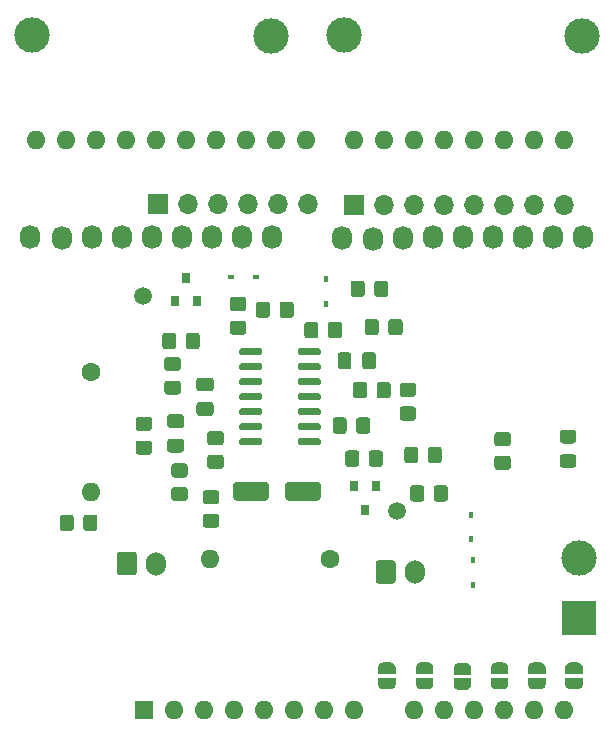
<source format=gbr>
%TF.GenerationSoftware,KiCad,Pcbnew,(5.1.10)-1*%
%TF.CreationDate,2021-06-07T20:05:56+02:00*%
%TF.ProjectId,AirFlow,41697246-6c6f-4772-9e6b-696361645f70,rev?*%
%TF.SameCoordinates,Original*%
%TF.FileFunction,Soldermask,Top*%
%TF.FilePolarity,Negative*%
%FSLAX46Y46*%
G04 Gerber Fmt 4.6, Leading zero omitted, Abs format (unit mm)*
G04 Created by KiCad (PCBNEW (5.1.10)-1) date 2021-06-07 20:05:56*
%MOMM*%
%LPD*%
G01*
G04 APERTURE LIST*
%ADD10O,1.600000X1.600000*%
%ADD11R,1.600000X1.600000*%
%ADD12R,3.000000X3.000000*%
%ADD13C,3.000000*%
%ADD14R,0.450000X0.600000*%
%ADD15O,1.700000X2.000000*%
%ADD16R,0.800000X0.900000*%
%ADD17C,1.600000*%
%ADD18R,0.600000X0.450000*%
%ADD19C,1.500000*%
%ADD20R,1.700000X1.700000*%
%ADD21O,1.700000X1.700000*%
%ADD22O,1.730000X2.030000*%
%ADD23C,0.100000*%
G04 APERTURE END LIST*
D10*
%TO.C,A1*%
X113186400Y-81635600D03*
X115726400Y-81635600D03*
D11*
X122326400Y-129895600D03*
D10*
X152806400Y-81635600D03*
X124866400Y-129895600D03*
X150266400Y-81635600D03*
X127406400Y-129895600D03*
X147726400Y-81635600D03*
X129946400Y-129895600D03*
X145186400Y-81635600D03*
X132486400Y-129895600D03*
X142646400Y-81635600D03*
X135026400Y-129895600D03*
X140106400Y-81635600D03*
X137566400Y-129895600D03*
X136046400Y-81635600D03*
X140106400Y-129895600D03*
X133506400Y-81635600D03*
X145186400Y-129895600D03*
X130966400Y-81635600D03*
X147726400Y-129895600D03*
X128426400Y-81635600D03*
X150266400Y-129895600D03*
X125886400Y-81635600D03*
X152806400Y-129895600D03*
X123346400Y-81635600D03*
X155346400Y-129895600D03*
X120806400Y-81635600D03*
X157886400Y-129895600D03*
X118266400Y-81635600D03*
X157886400Y-81635600D03*
X155346400Y-81635600D03*
%TD*%
D12*
%TO.C,J1*%
X159156400Y-122123200D03*
D13*
X159156400Y-117043200D03*
%TD*%
%TO.C,U1*%
G36*
G01*
X130408000Y-99718000D02*
X130408000Y-99418000D01*
G75*
G02*
X130558000Y-99268000I150000J0D01*
G01*
X132208000Y-99268000D01*
G75*
G02*
X132358000Y-99418000I0J-150000D01*
G01*
X132358000Y-99718000D01*
G75*
G02*
X132208000Y-99868000I-150000J0D01*
G01*
X130558000Y-99868000D01*
G75*
G02*
X130408000Y-99718000I0J150000D01*
G01*
G37*
G36*
G01*
X130408000Y-100988000D02*
X130408000Y-100688000D01*
G75*
G02*
X130558000Y-100538000I150000J0D01*
G01*
X132208000Y-100538000D01*
G75*
G02*
X132358000Y-100688000I0J-150000D01*
G01*
X132358000Y-100988000D01*
G75*
G02*
X132208000Y-101138000I-150000J0D01*
G01*
X130558000Y-101138000D01*
G75*
G02*
X130408000Y-100988000I0J150000D01*
G01*
G37*
G36*
G01*
X130408000Y-102258000D02*
X130408000Y-101958000D01*
G75*
G02*
X130558000Y-101808000I150000J0D01*
G01*
X132208000Y-101808000D01*
G75*
G02*
X132358000Y-101958000I0J-150000D01*
G01*
X132358000Y-102258000D01*
G75*
G02*
X132208000Y-102408000I-150000J0D01*
G01*
X130558000Y-102408000D01*
G75*
G02*
X130408000Y-102258000I0J150000D01*
G01*
G37*
G36*
G01*
X130408000Y-103528000D02*
X130408000Y-103228000D01*
G75*
G02*
X130558000Y-103078000I150000J0D01*
G01*
X132208000Y-103078000D01*
G75*
G02*
X132358000Y-103228000I0J-150000D01*
G01*
X132358000Y-103528000D01*
G75*
G02*
X132208000Y-103678000I-150000J0D01*
G01*
X130558000Y-103678000D01*
G75*
G02*
X130408000Y-103528000I0J150000D01*
G01*
G37*
G36*
G01*
X130408000Y-104798000D02*
X130408000Y-104498000D01*
G75*
G02*
X130558000Y-104348000I150000J0D01*
G01*
X132208000Y-104348000D01*
G75*
G02*
X132358000Y-104498000I0J-150000D01*
G01*
X132358000Y-104798000D01*
G75*
G02*
X132208000Y-104948000I-150000J0D01*
G01*
X130558000Y-104948000D01*
G75*
G02*
X130408000Y-104798000I0J150000D01*
G01*
G37*
G36*
G01*
X130408000Y-106068000D02*
X130408000Y-105768000D01*
G75*
G02*
X130558000Y-105618000I150000J0D01*
G01*
X132208000Y-105618000D01*
G75*
G02*
X132358000Y-105768000I0J-150000D01*
G01*
X132358000Y-106068000D01*
G75*
G02*
X132208000Y-106218000I-150000J0D01*
G01*
X130558000Y-106218000D01*
G75*
G02*
X130408000Y-106068000I0J150000D01*
G01*
G37*
G36*
G01*
X130408000Y-107338000D02*
X130408000Y-107038000D01*
G75*
G02*
X130558000Y-106888000I150000J0D01*
G01*
X132208000Y-106888000D01*
G75*
G02*
X132358000Y-107038000I0J-150000D01*
G01*
X132358000Y-107338000D01*
G75*
G02*
X132208000Y-107488000I-150000J0D01*
G01*
X130558000Y-107488000D01*
G75*
G02*
X130408000Y-107338000I0J150000D01*
G01*
G37*
G36*
G01*
X135358000Y-107338000D02*
X135358000Y-107038000D01*
G75*
G02*
X135508000Y-106888000I150000J0D01*
G01*
X137158000Y-106888000D01*
G75*
G02*
X137308000Y-107038000I0J-150000D01*
G01*
X137308000Y-107338000D01*
G75*
G02*
X137158000Y-107488000I-150000J0D01*
G01*
X135508000Y-107488000D01*
G75*
G02*
X135358000Y-107338000I0J150000D01*
G01*
G37*
G36*
G01*
X135358000Y-106068000D02*
X135358000Y-105768000D01*
G75*
G02*
X135508000Y-105618000I150000J0D01*
G01*
X137158000Y-105618000D01*
G75*
G02*
X137308000Y-105768000I0J-150000D01*
G01*
X137308000Y-106068000D01*
G75*
G02*
X137158000Y-106218000I-150000J0D01*
G01*
X135508000Y-106218000D01*
G75*
G02*
X135358000Y-106068000I0J150000D01*
G01*
G37*
G36*
G01*
X135358000Y-104798000D02*
X135358000Y-104498000D01*
G75*
G02*
X135508000Y-104348000I150000J0D01*
G01*
X137158000Y-104348000D01*
G75*
G02*
X137308000Y-104498000I0J-150000D01*
G01*
X137308000Y-104798000D01*
G75*
G02*
X137158000Y-104948000I-150000J0D01*
G01*
X135508000Y-104948000D01*
G75*
G02*
X135358000Y-104798000I0J150000D01*
G01*
G37*
G36*
G01*
X135358000Y-103528000D02*
X135358000Y-103228000D01*
G75*
G02*
X135508000Y-103078000I150000J0D01*
G01*
X137158000Y-103078000D01*
G75*
G02*
X137308000Y-103228000I0J-150000D01*
G01*
X137308000Y-103528000D01*
G75*
G02*
X137158000Y-103678000I-150000J0D01*
G01*
X135508000Y-103678000D01*
G75*
G02*
X135358000Y-103528000I0J150000D01*
G01*
G37*
G36*
G01*
X135358000Y-102258000D02*
X135358000Y-101958000D01*
G75*
G02*
X135508000Y-101808000I150000J0D01*
G01*
X137158000Y-101808000D01*
G75*
G02*
X137308000Y-101958000I0J-150000D01*
G01*
X137308000Y-102258000D01*
G75*
G02*
X137158000Y-102408000I-150000J0D01*
G01*
X135508000Y-102408000D01*
G75*
G02*
X135358000Y-102258000I0J150000D01*
G01*
G37*
G36*
G01*
X135358000Y-100988000D02*
X135358000Y-100688000D01*
G75*
G02*
X135508000Y-100538000I150000J0D01*
G01*
X137158000Y-100538000D01*
G75*
G02*
X137308000Y-100688000I0J-150000D01*
G01*
X137308000Y-100988000D01*
G75*
G02*
X137158000Y-101138000I-150000J0D01*
G01*
X135508000Y-101138000D01*
G75*
G02*
X135358000Y-100988000I0J150000D01*
G01*
G37*
G36*
G01*
X135358000Y-99718000D02*
X135358000Y-99418000D01*
G75*
G02*
X135508000Y-99268000I150000J0D01*
G01*
X137158000Y-99268000D01*
G75*
G02*
X137308000Y-99418000I0J-150000D01*
G01*
X137308000Y-99718000D01*
G75*
G02*
X137158000Y-99868000I-150000J0D01*
G01*
X135508000Y-99868000D01*
G75*
G02*
X135358000Y-99718000I0J150000D01*
G01*
G37*
%TD*%
%TO.C,C3*%
G36*
G01*
X129904000Y-111929000D02*
X129904000Y-110829000D01*
G75*
G02*
X130154000Y-110579000I250000J0D01*
G01*
X132654000Y-110579000D01*
G75*
G02*
X132904000Y-110829000I0J-250000D01*
G01*
X132904000Y-111929000D01*
G75*
G02*
X132654000Y-112179000I-250000J0D01*
G01*
X130154000Y-112179000D01*
G75*
G02*
X129904000Y-111929000I0J250000D01*
G01*
G37*
G36*
G01*
X134304000Y-111929000D02*
X134304000Y-110829000D01*
G75*
G02*
X134554000Y-110579000I250000J0D01*
G01*
X137054000Y-110579000D01*
G75*
G02*
X137304000Y-110829000I0J-250000D01*
G01*
X137304000Y-111929000D01*
G75*
G02*
X137054000Y-112179000I-250000J0D01*
G01*
X134554000Y-112179000D01*
G75*
G02*
X134304000Y-111929000I0J250000D01*
G01*
G37*
%TD*%
%TO.C,C1*%
G36*
G01*
X124543800Y-104851800D02*
X125493800Y-104851800D01*
G75*
G02*
X125743800Y-105101800I0J-250000D01*
G01*
X125743800Y-105776800D01*
G75*
G02*
X125493800Y-106026800I-250000J0D01*
G01*
X124543800Y-106026800D01*
G75*
G02*
X124293800Y-105776800I0J250000D01*
G01*
X124293800Y-105101800D01*
G75*
G02*
X124543800Y-104851800I250000J0D01*
G01*
G37*
G36*
G01*
X124543800Y-106926800D02*
X125493800Y-106926800D01*
G75*
G02*
X125743800Y-107176800I0J-250000D01*
G01*
X125743800Y-107851800D01*
G75*
G02*
X125493800Y-108101800I-250000J0D01*
G01*
X124543800Y-108101800D01*
G75*
G02*
X124293800Y-107851800I0J250000D01*
G01*
X124293800Y-107176800D01*
G75*
G02*
X124543800Y-106926800I250000J0D01*
G01*
G37*
%TD*%
%TO.C,C2*%
G36*
G01*
X140810400Y-100805000D02*
X140810400Y-99855000D01*
G75*
G02*
X141060400Y-99605000I250000J0D01*
G01*
X141735400Y-99605000D01*
G75*
G02*
X141985400Y-99855000I0J-250000D01*
G01*
X141985400Y-100805000D01*
G75*
G02*
X141735400Y-101055000I-250000J0D01*
G01*
X141060400Y-101055000D01*
G75*
G02*
X140810400Y-100805000I0J250000D01*
G01*
G37*
G36*
G01*
X138735400Y-100805000D02*
X138735400Y-99855000D01*
G75*
G02*
X138985400Y-99605000I250000J0D01*
G01*
X139660400Y-99605000D01*
G75*
G02*
X139910400Y-99855000I0J-250000D01*
G01*
X139910400Y-100805000D01*
G75*
G02*
X139660400Y-101055000I-250000J0D01*
G01*
X138985400Y-101055000D01*
G75*
G02*
X138735400Y-100805000I0J250000D01*
G01*
G37*
%TD*%
%TO.C,C4*%
G36*
G01*
X127033000Y-101753000D02*
X127983000Y-101753000D01*
G75*
G02*
X128233000Y-102003000I0J-250000D01*
G01*
X128233000Y-102678000D01*
G75*
G02*
X127983000Y-102928000I-250000J0D01*
G01*
X127033000Y-102928000D01*
G75*
G02*
X126783000Y-102678000I0J250000D01*
G01*
X126783000Y-102003000D01*
G75*
G02*
X127033000Y-101753000I250000J0D01*
G01*
G37*
G36*
G01*
X127033000Y-103828000D02*
X127983000Y-103828000D01*
G75*
G02*
X128233000Y-104078000I0J-250000D01*
G01*
X128233000Y-104753000D01*
G75*
G02*
X127983000Y-105003000I-250000J0D01*
G01*
X127033000Y-105003000D01*
G75*
G02*
X126783000Y-104753000I0J250000D01*
G01*
X126783000Y-104078000D01*
G75*
G02*
X127033000Y-103828000I250000J0D01*
G01*
G37*
%TD*%
D14*
%TO.C,D2*%
X150164800Y-119312400D03*
X150164800Y-117212400D03*
%TD*%
%TO.C,D4*%
X150012400Y-115451600D03*
X150012400Y-113351600D03*
%TD*%
%TO.C,Jntc1*%
G36*
G01*
X120043200Y-118250400D02*
X120043200Y-116750400D01*
G75*
G02*
X120293200Y-116500400I250000J0D01*
G01*
X121493200Y-116500400D01*
G75*
G02*
X121743200Y-116750400I0J-250000D01*
G01*
X121743200Y-118250400D01*
G75*
G02*
X121493200Y-118500400I-250000J0D01*
G01*
X120293200Y-118500400D01*
G75*
G02*
X120043200Y-118250400I0J250000D01*
G01*
G37*
D15*
X123393200Y-117500400D03*
%TD*%
%TO.C,Jntc2*%
X145298800Y-118211600D03*
G36*
G01*
X141948800Y-118961600D02*
X141948800Y-117461600D01*
G75*
G02*
X142198800Y-117211600I250000J0D01*
G01*
X143398800Y-117211600D01*
G75*
G02*
X143648800Y-117461600I0J-250000D01*
G01*
X143648800Y-118961600D01*
G75*
G02*
X143398800Y-119211600I-250000J0D01*
G01*
X142198800Y-119211600D01*
G75*
G02*
X141948800Y-118961600I0J250000D01*
G01*
G37*
%TD*%
D16*
%TO.C,Q1*%
X125920500Y-93297500D03*
X126870500Y-95297500D03*
X124970500Y-95297500D03*
%TD*%
%TO.C,Q2*%
X141983500Y-110950500D03*
X140083500Y-110950500D03*
X141033500Y-112950500D03*
%TD*%
%TO.C,R1*%
G36*
G01*
X123876000Y-99103601D02*
X123876000Y-98203599D01*
G75*
G02*
X124125999Y-97953600I249999J0D01*
G01*
X124826001Y-97953600D01*
G75*
G02*
X125076000Y-98203599I0J-249999D01*
G01*
X125076000Y-99103601D01*
G75*
G02*
X124826001Y-99353600I-249999J0D01*
G01*
X124125999Y-99353600D01*
G75*
G02*
X123876000Y-99103601I0J249999D01*
G01*
G37*
G36*
G01*
X125876000Y-99103601D02*
X125876000Y-98203599D01*
G75*
G02*
X126125999Y-97953600I249999J0D01*
G01*
X126826001Y-97953600D01*
G75*
G02*
X127076000Y-98203599I0J-249999D01*
G01*
X127076000Y-99103601D01*
G75*
G02*
X126826001Y-99353600I-249999J0D01*
G01*
X126125999Y-99353600D01*
G75*
G02*
X125876000Y-99103601I0J249999D01*
G01*
G37*
%TD*%
%TO.C,R2*%
G36*
G01*
X130752001Y-98120000D02*
X129851999Y-98120000D01*
G75*
G02*
X129602000Y-97870001I0J249999D01*
G01*
X129602000Y-97169999D01*
G75*
G02*
X129851999Y-96920000I249999J0D01*
G01*
X130752001Y-96920000D01*
G75*
G02*
X131002000Y-97169999I0J-249999D01*
G01*
X131002000Y-97870001D01*
G75*
G02*
X130752001Y-98120000I-249999J0D01*
G01*
G37*
G36*
G01*
X130752001Y-96120000D02*
X129851999Y-96120000D01*
G75*
G02*
X129602000Y-95870001I0J249999D01*
G01*
X129602000Y-95169999D01*
G75*
G02*
X129851999Y-94920000I249999J0D01*
G01*
X130752001Y-94920000D01*
G75*
G02*
X131002000Y-95169999I0J-249999D01*
G01*
X131002000Y-95870001D01*
G75*
G02*
X130752001Y-96120000I-249999J0D01*
G01*
G37*
%TD*%
D10*
%TO.C,R3*%
X117856000Y-111455200D03*
D17*
X117856000Y-101295200D03*
%TD*%
%TO.C,R4*%
G36*
G01*
X125214801Y-101200000D02*
X124314799Y-101200000D01*
G75*
G02*
X124064800Y-100950001I0J249999D01*
G01*
X124064800Y-100249999D01*
G75*
G02*
X124314799Y-100000000I249999J0D01*
G01*
X125214801Y-100000000D01*
G75*
G02*
X125464800Y-100249999I0J-249999D01*
G01*
X125464800Y-100950001D01*
G75*
G02*
X125214801Y-101200000I-249999J0D01*
G01*
G37*
G36*
G01*
X125214801Y-103200000D02*
X124314799Y-103200000D01*
G75*
G02*
X124064800Y-102950001I0J249999D01*
G01*
X124064800Y-102249999D01*
G75*
G02*
X124314799Y-102000000I249999J0D01*
G01*
X125214801Y-102000000D01*
G75*
G02*
X125464800Y-102249999I0J-249999D01*
G01*
X125464800Y-102950001D01*
G75*
G02*
X125214801Y-103200000I-249999J0D01*
G01*
G37*
%TD*%
%TO.C,R5*%
G36*
G01*
X127946999Y-108286500D02*
X128847001Y-108286500D01*
G75*
G02*
X129097000Y-108536499I0J-249999D01*
G01*
X129097000Y-109236501D01*
G75*
G02*
X128847001Y-109486500I-249999J0D01*
G01*
X127946999Y-109486500D01*
G75*
G02*
X127697000Y-109236501I0J249999D01*
G01*
X127697000Y-108536499D01*
G75*
G02*
X127946999Y-108286500I249999J0D01*
G01*
G37*
G36*
G01*
X127946999Y-106286500D02*
X128847001Y-106286500D01*
G75*
G02*
X129097000Y-106536499I0J-249999D01*
G01*
X129097000Y-107236501D01*
G75*
G02*
X128847001Y-107486500I-249999J0D01*
G01*
X127946999Y-107486500D01*
G75*
G02*
X127697000Y-107236501I0J249999D01*
G01*
X127697000Y-106536499D01*
G75*
G02*
X127946999Y-106286500I249999J0D01*
G01*
G37*
%TD*%
%TO.C,R6*%
G36*
G01*
X127565999Y-111277600D02*
X128466001Y-111277600D01*
G75*
G02*
X128716000Y-111527599I0J-249999D01*
G01*
X128716000Y-112227601D01*
G75*
G02*
X128466001Y-112477600I-249999J0D01*
G01*
X127565999Y-112477600D01*
G75*
G02*
X127316000Y-112227601I0J249999D01*
G01*
X127316000Y-111527599D01*
G75*
G02*
X127565999Y-111277600I249999J0D01*
G01*
G37*
G36*
G01*
X127565999Y-113277600D02*
X128466001Y-113277600D01*
G75*
G02*
X128716000Y-113527599I0J-249999D01*
G01*
X128716000Y-114227601D01*
G75*
G02*
X128466001Y-114477600I-249999J0D01*
G01*
X127565999Y-114477600D01*
G75*
G02*
X127316000Y-114227601I0J249999D01*
G01*
X127316000Y-113527599D01*
G75*
G02*
X127565999Y-113277600I249999J0D01*
G01*
G37*
%TD*%
%TO.C,R7*%
G36*
G01*
X131816800Y-96462001D02*
X131816800Y-95561999D01*
G75*
G02*
X132066799Y-95312000I249999J0D01*
G01*
X132766801Y-95312000D01*
G75*
G02*
X133016800Y-95561999I0J-249999D01*
G01*
X133016800Y-96462001D01*
G75*
G02*
X132766801Y-96712000I-249999J0D01*
G01*
X132066799Y-96712000D01*
G75*
G02*
X131816800Y-96462001I0J249999D01*
G01*
G37*
G36*
G01*
X133816800Y-96462001D02*
X133816800Y-95561999D01*
G75*
G02*
X134066799Y-95312000I249999J0D01*
G01*
X134766801Y-95312000D01*
G75*
G02*
X135016800Y-95561999I0J-249999D01*
G01*
X135016800Y-96462001D01*
G75*
G02*
X134766801Y-96712000I-249999J0D01*
G01*
X134066799Y-96712000D01*
G75*
G02*
X133816800Y-96462001I0J249999D01*
G01*
G37*
%TD*%
%TO.C,R8*%
G36*
G01*
X125799001Y-112217000D02*
X124898999Y-112217000D01*
G75*
G02*
X124649000Y-111967001I0J249999D01*
G01*
X124649000Y-111266999D01*
G75*
G02*
X124898999Y-111017000I249999J0D01*
G01*
X125799001Y-111017000D01*
G75*
G02*
X126049000Y-111266999I0J-249999D01*
G01*
X126049000Y-111967001D01*
G75*
G02*
X125799001Y-112217000I-249999J0D01*
G01*
G37*
G36*
G01*
X125799001Y-110217000D02*
X124898999Y-110217000D01*
G75*
G02*
X124649000Y-109967001I0J249999D01*
G01*
X124649000Y-109266999D01*
G75*
G02*
X124898999Y-109017000I249999J0D01*
G01*
X125799001Y-109017000D01*
G75*
G02*
X126049000Y-109266999I0J-249999D01*
G01*
X126049000Y-109967001D01*
G75*
G02*
X125799001Y-110217000I-249999J0D01*
G01*
G37*
%TD*%
%TO.C,R9*%
G36*
G01*
X122776401Y-106280000D02*
X121876399Y-106280000D01*
G75*
G02*
X121626400Y-106030001I0J249999D01*
G01*
X121626400Y-105329999D01*
G75*
G02*
X121876399Y-105080000I249999J0D01*
G01*
X122776401Y-105080000D01*
G75*
G02*
X123026400Y-105329999I0J-249999D01*
G01*
X123026400Y-106030001D01*
G75*
G02*
X122776401Y-106280000I-249999J0D01*
G01*
G37*
G36*
G01*
X122776401Y-108280000D02*
X121876399Y-108280000D01*
G75*
G02*
X121626400Y-108030001I0J249999D01*
G01*
X121626400Y-107329999D01*
G75*
G02*
X121876399Y-107080000I249999J0D01*
G01*
X122776401Y-107080000D01*
G75*
G02*
X123026400Y-107329999I0J-249999D01*
G01*
X123026400Y-108030001D01*
G75*
G02*
X122776401Y-108280000I-249999J0D01*
G01*
G37*
%TD*%
%TO.C,R15*%
G36*
G01*
X140303200Y-106266401D02*
X140303200Y-105366399D01*
G75*
G02*
X140553199Y-105116400I249999J0D01*
G01*
X141253201Y-105116400D01*
G75*
G02*
X141503200Y-105366399I0J-249999D01*
G01*
X141503200Y-106266401D01*
G75*
G02*
X141253201Y-106516400I-249999J0D01*
G01*
X140553199Y-106516400D01*
G75*
G02*
X140303200Y-106266401I0J249999D01*
G01*
G37*
G36*
G01*
X138303200Y-106266401D02*
X138303200Y-105366399D01*
G75*
G02*
X138553199Y-105116400I249999J0D01*
G01*
X139253201Y-105116400D01*
G75*
G02*
X139503200Y-105366399I0J-249999D01*
G01*
X139503200Y-106266401D01*
G75*
G02*
X139253201Y-106516400I-249999J0D01*
G01*
X138553199Y-106516400D01*
G75*
G02*
X138303200Y-106266401I0J249999D01*
G01*
G37*
%TD*%
%TO.C,R16*%
G36*
G01*
X141370000Y-109060401D02*
X141370000Y-108160399D01*
G75*
G02*
X141619999Y-107910400I249999J0D01*
G01*
X142320001Y-107910400D01*
G75*
G02*
X142570000Y-108160399I0J-249999D01*
G01*
X142570000Y-109060401D01*
G75*
G02*
X142320001Y-109310400I-249999J0D01*
G01*
X141619999Y-109310400D01*
G75*
G02*
X141370000Y-109060401I0J249999D01*
G01*
G37*
G36*
G01*
X139370000Y-109060401D02*
X139370000Y-108160399D01*
G75*
G02*
X139619999Y-107910400I249999J0D01*
G01*
X140320001Y-107910400D01*
G75*
G02*
X140570000Y-108160399I0J-249999D01*
G01*
X140570000Y-109060401D01*
G75*
G02*
X140320001Y-109310400I-249999J0D01*
G01*
X139619999Y-109310400D01*
G75*
G02*
X139370000Y-109060401I0J249999D01*
G01*
G37*
%TD*%
%TO.C,R17*%
X138074400Y-117094000D03*
D10*
X127914400Y-117094000D03*
%TD*%
%TO.C,R18*%
G36*
G01*
X144228399Y-102200400D02*
X145128401Y-102200400D01*
G75*
G02*
X145378400Y-102450399I0J-249999D01*
G01*
X145378400Y-103150401D01*
G75*
G02*
X145128401Y-103400400I-249999J0D01*
G01*
X144228399Y-103400400D01*
G75*
G02*
X143978400Y-103150401I0J249999D01*
G01*
X143978400Y-102450399D01*
G75*
G02*
X144228399Y-102200400I249999J0D01*
G01*
G37*
G36*
G01*
X144228399Y-104200400D02*
X145128401Y-104200400D01*
G75*
G02*
X145378400Y-104450399I0J-249999D01*
G01*
X145378400Y-105150401D01*
G75*
G02*
X145128401Y-105400400I-249999J0D01*
G01*
X144228399Y-105400400D01*
G75*
G02*
X143978400Y-105150401I0J249999D01*
G01*
X143978400Y-104450399D01*
G75*
G02*
X144228399Y-104200400I249999J0D01*
G01*
G37*
%TD*%
%TO.C,R19*%
G36*
G01*
X139115600Y-97289199D02*
X139115600Y-98189201D01*
G75*
G02*
X138865601Y-98439200I-249999J0D01*
G01*
X138165599Y-98439200D01*
G75*
G02*
X137915600Y-98189201I0J249999D01*
G01*
X137915600Y-97289199D01*
G75*
G02*
X138165599Y-97039200I249999J0D01*
G01*
X138865601Y-97039200D01*
G75*
G02*
X139115600Y-97289199I0J-249999D01*
G01*
G37*
G36*
G01*
X137115600Y-97289199D02*
X137115600Y-98189201D01*
G75*
G02*
X136865601Y-98439200I-249999J0D01*
G01*
X136165599Y-98439200D01*
G75*
G02*
X135915600Y-98189201I0J249999D01*
G01*
X135915600Y-97289199D01*
G75*
G02*
X136165599Y-97039200I249999J0D01*
G01*
X136865601Y-97039200D01*
G75*
G02*
X137115600Y-97289199I0J-249999D01*
G01*
G37*
%TD*%
%TO.C,R20*%
G36*
G01*
X143030400Y-97935201D02*
X143030400Y-97035199D01*
G75*
G02*
X143280399Y-96785200I249999J0D01*
G01*
X143980401Y-96785200D01*
G75*
G02*
X144230400Y-97035199I0J-249999D01*
G01*
X144230400Y-97935201D01*
G75*
G02*
X143980401Y-98185200I-249999J0D01*
G01*
X143280399Y-98185200D01*
G75*
G02*
X143030400Y-97935201I0J249999D01*
G01*
G37*
G36*
G01*
X141030400Y-97935201D02*
X141030400Y-97035199D01*
G75*
G02*
X141280399Y-96785200I249999J0D01*
G01*
X141980401Y-96785200D01*
G75*
G02*
X142230400Y-97035199I0J-249999D01*
G01*
X142230400Y-97935201D01*
G75*
G02*
X141980401Y-98185200I-249999J0D01*
G01*
X141280399Y-98185200D01*
G75*
G02*
X141030400Y-97935201I0J249999D01*
G01*
G37*
%TD*%
%TO.C,R21*%
G36*
G01*
X142030400Y-103269201D02*
X142030400Y-102369199D01*
G75*
G02*
X142280399Y-102119200I249999J0D01*
G01*
X142980401Y-102119200D01*
G75*
G02*
X143230400Y-102369199I0J-249999D01*
G01*
X143230400Y-103269201D01*
G75*
G02*
X142980401Y-103519200I-249999J0D01*
G01*
X142280399Y-103519200D01*
G75*
G02*
X142030400Y-103269201I0J249999D01*
G01*
G37*
G36*
G01*
X140030400Y-103269201D02*
X140030400Y-102369199D01*
G75*
G02*
X140280399Y-102119200I249999J0D01*
G01*
X140980401Y-102119200D01*
G75*
G02*
X141230400Y-102369199I0J-249999D01*
G01*
X141230400Y-103269201D01*
G75*
G02*
X140980401Y-103519200I-249999J0D01*
G01*
X140280399Y-103519200D01*
G75*
G02*
X140030400Y-103269201I0J249999D01*
G01*
G37*
%TD*%
%TO.C,R22*%
G36*
G01*
X146364400Y-108755601D02*
X146364400Y-107855599D01*
G75*
G02*
X146614399Y-107605600I249999J0D01*
G01*
X147314401Y-107605600D01*
G75*
G02*
X147564400Y-107855599I0J-249999D01*
G01*
X147564400Y-108755601D01*
G75*
G02*
X147314401Y-109005600I-249999J0D01*
G01*
X146614399Y-109005600D01*
G75*
G02*
X146364400Y-108755601I0J249999D01*
G01*
G37*
G36*
G01*
X144364400Y-108755601D02*
X144364400Y-107855599D01*
G75*
G02*
X144614399Y-107605600I249999J0D01*
G01*
X145314401Y-107605600D01*
G75*
G02*
X145564400Y-107855599I0J-249999D01*
G01*
X145564400Y-108755601D01*
G75*
G02*
X145314401Y-109005600I-249999J0D01*
G01*
X144614399Y-109005600D01*
G75*
G02*
X144364400Y-108755601I0J249999D01*
G01*
G37*
%TD*%
%TO.C,R23*%
G36*
G01*
X143027200Y-93783999D02*
X143027200Y-94684001D01*
G75*
G02*
X142777201Y-94934000I-249999J0D01*
G01*
X142077199Y-94934000D01*
G75*
G02*
X141827200Y-94684001I0J249999D01*
G01*
X141827200Y-93783999D01*
G75*
G02*
X142077199Y-93534000I249999J0D01*
G01*
X142777201Y-93534000D01*
G75*
G02*
X143027200Y-93783999I0J-249999D01*
G01*
G37*
G36*
G01*
X141027200Y-93783999D02*
X141027200Y-94684001D01*
G75*
G02*
X140777201Y-94934000I-249999J0D01*
G01*
X140077199Y-94934000D01*
G75*
G02*
X139827200Y-94684001I0J249999D01*
G01*
X139827200Y-93783999D01*
G75*
G02*
X140077199Y-93534000I249999J0D01*
G01*
X140777201Y-93534000D01*
G75*
G02*
X141027200Y-93783999I0J-249999D01*
G01*
G37*
%TD*%
%TO.C,Rntc2*%
G36*
G01*
X144872400Y-112006801D02*
X144872400Y-111106799D01*
G75*
G02*
X145122399Y-110856800I249999J0D01*
G01*
X145822401Y-110856800D01*
G75*
G02*
X146072400Y-111106799I0J-249999D01*
G01*
X146072400Y-112006801D01*
G75*
G02*
X145822401Y-112256800I-249999J0D01*
G01*
X145122399Y-112256800D01*
G75*
G02*
X144872400Y-112006801I0J249999D01*
G01*
G37*
G36*
G01*
X146872400Y-112006801D02*
X146872400Y-111106799D01*
G75*
G02*
X147122399Y-110856800I249999J0D01*
G01*
X147822401Y-110856800D01*
G75*
G02*
X148072400Y-111106799I0J-249999D01*
G01*
X148072400Y-112006801D01*
G75*
G02*
X147822401Y-112256800I-249999J0D01*
G01*
X147122399Y-112256800D01*
G75*
G02*
X146872400Y-112006801I0J249999D01*
G01*
G37*
%TD*%
D18*
%TO.C,D1*%
X131809200Y-93268800D03*
X129709200Y-93268800D03*
%TD*%
D14*
%TO.C,D3*%
X137718800Y-93438000D03*
X137718800Y-95538000D03*
%TD*%
%TO.C,Rntc1*%
G36*
G01*
X118405200Y-113595999D02*
X118405200Y-114496001D01*
G75*
G02*
X118155201Y-114746000I-249999J0D01*
G01*
X117455199Y-114746000D01*
G75*
G02*
X117205200Y-114496001I0J249999D01*
G01*
X117205200Y-113595999D01*
G75*
G02*
X117455199Y-113346000I249999J0D01*
G01*
X118155201Y-113346000D01*
G75*
G02*
X118405200Y-113595999I0J-249999D01*
G01*
G37*
G36*
G01*
X116405200Y-113595999D02*
X116405200Y-114496001D01*
G75*
G02*
X116155201Y-114746000I-249999J0D01*
G01*
X115455199Y-114746000D01*
G75*
G02*
X115205200Y-114496001I0J249999D01*
G01*
X115205200Y-113595999D01*
G75*
G02*
X115455199Y-113346000I249999J0D01*
G01*
X116155201Y-113346000D01*
G75*
G02*
X116405200Y-113595999I0J-249999D01*
G01*
G37*
%TD*%
%TO.C,Led1*%
G36*
G01*
X158692001Y-109388600D02*
X157791999Y-109388600D01*
G75*
G02*
X157542000Y-109138601I0J249999D01*
G01*
X157542000Y-108488599D01*
G75*
G02*
X157791999Y-108238600I249999J0D01*
G01*
X158692001Y-108238600D01*
G75*
G02*
X158942000Y-108488599I0J-249999D01*
G01*
X158942000Y-109138601D01*
G75*
G02*
X158692001Y-109388600I-249999J0D01*
G01*
G37*
G36*
G01*
X158692001Y-107338600D02*
X157791999Y-107338600D01*
G75*
G02*
X157542000Y-107088601I0J249999D01*
G01*
X157542000Y-106438599D01*
G75*
G02*
X157791999Y-106188600I249999J0D01*
G01*
X158692001Y-106188600D01*
G75*
G02*
X158942000Y-106438599I0J-249999D01*
G01*
X158942000Y-107088601D01*
G75*
G02*
X158692001Y-107338600I-249999J0D01*
G01*
G37*
%TD*%
%TO.C,R24*%
G36*
G01*
X152254799Y-106366000D02*
X153154801Y-106366000D01*
G75*
G02*
X153404800Y-106615999I0J-249999D01*
G01*
X153404800Y-107316001D01*
G75*
G02*
X153154801Y-107566000I-249999J0D01*
G01*
X152254799Y-107566000D01*
G75*
G02*
X152004800Y-107316001I0J249999D01*
G01*
X152004800Y-106615999D01*
G75*
G02*
X152254799Y-106366000I249999J0D01*
G01*
G37*
G36*
G01*
X152254799Y-108366000D02*
X153154801Y-108366000D01*
G75*
G02*
X153404800Y-108615999I0J-249999D01*
G01*
X153404800Y-109316001D01*
G75*
G02*
X153154801Y-109566000I-249999J0D01*
G01*
X152254799Y-109566000D01*
G75*
G02*
X152004800Y-109316001I0J249999D01*
G01*
X152004800Y-108615999D01*
G75*
G02*
X152254799Y-108366000I249999J0D01*
G01*
G37*
%TD*%
D19*
%TO.C,TP1*%
X122224800Y-94843600D03*
%TD*%
%TO.C,TP2*%
X143764000Y-113030000D03*
%TD*%
D20*
%TO.C,J5*%
X140106400Y-87172800D03*
D21*
X142646400Y-87172800D03*
X145186400Y-87172800D03*
X147726400Y-87172800D03*
X150266400Y-87172800D03*
X152806400Y-87172800D03*
X155346400Y-87172800D03*
X157886400Y-87172800D03*
%TD*%
D20*
%TO.C,J6*%
X123494800Y-87071200D03*
D21*
X126034800Y-87071200D03*
X128574800Y-87071200D03*
X131114800Y-87071200D03*
X133654800Y-87071200D03*
X136194800Y-87071200D03*
%TD*%
D22*
%TO.C,U2*%
X122986800Y-89814400D03*
X120446800Y-89814400D03*
X128066800Y-89814400D03*
X125526800Y-89814400D03*
X133146800Y-89814400D03*
X130606800Y-89814400D03*
D13*
X112890300Y-72732900D03*
X133083300Y-72796400D03*
D22*
X117906800Y-89877900D03*
X115366800Y-89941400D03*
X112699800Y-89877900D03*
%TD*%
%TO.C,U3*%
X149352000Y-89865200D03*
X146812000Y-89865200D03*
X154432000Y-89865200D03*
X151892000Y-89865200D03*
X159512000Y-89865200D03*
X156972000Y-89865200D03*
D13*
X139255500Y-72783700D03*
X159448500Y-72847200D03*
D22*
X144272000Y-89928700D03*
X141732000Y-89992200D03*
X139065000Y-89928700D03*
%TD*%
D23*
%TO.C,JPA5*%
G36*
X159500000Y-127160400D02*
G01*
X159500000Y-127660400D01*
X159499398Y-127660400D01*
X159499398Y-127684934D01*
X159494588Y-127733765D01*
X159485016Y-127781890D01*
X159470772Y-127828845D01*
X159451995Y-127874178D01*
X159428864Y-127917451D01*
X159401604Y-127958250D01*
X159370476Y-127996179D01*
X159335779Y-128030876D01*
X159297850Y-128062004D01*
X159257051Y-128089264D01*
X159213778Y-128112395D01*
X159168445Y-128131172D01*
X159121490Y-128145416D01*
X159073365Y-128154988D01*
X159024534Y-128159798D01*
X159000000Y-128159798D01*
X159000000Y-128160400D01*
X158500000Y-128160400D01*
X158500000Y-128159798D01*
X158475466Y-128159798D01*
X158426635Y-128154988D01*
X158378510Y-128145416D01*
X158331555Y-128131172D01*
X158286222Y-128112395D01*
X158242949Y-128089264D01*
X158202150Y-128062004D01*
X158164221Y-128030876D01*
X158129524Y-127996179D01*
X158098396Y-127958250D01*
X158071136Y-127917451D01*
X158048005Y-127874178D01*
X158029228Y-127828845D01*
X158014984Y-127781890D01*
X158005412Y-127733765D01*
X158000602Y-127684934D01*
X158000602Y-127660400D01*
X158000000Y-127660400D01*
X158000000Y-127160400D01*
X159500000Y-127160400D01*
G37*
G36*
X158000602Y-126360400D02*
G01*
X158000602Y-126335866D01*
X158005412Y-126287035D01*
X158014984Y-126238910D01*
X158029228Y-126191955D01*
X158048005Y-126146622D01*
X158071136Y-126103349D01*
X158098396Y-126062550D01*
X158129524Y-126024621D01*
X158164221Y-125989924D01*
X158202150Y-125958796D01*
X158242949Y-125931536D01*
X158286222Y-125908405D01*
X158331555Y-125889628D01*
X158378510Y-125875384D01*
X158426635Y-125865812D01*
X158475466Y-125861002D01*
X158500000Y-125861002D01*
X158500000Y-125860400D01*
X159000000Y-125860400D01*
X159000000Y-125861002D01*
X159024534Y-125861002D01*
X159073365Y-125865812D01*
X159121490Y-125875384D01*
X159168445Y-125889628D01*
X159213778Y-125908405D01*
X159257051Y-125931536D01*
X159297850Y-125958796D01*
X159335779Y-125989924D01*
X159370476Y-126024621D01*
X159401604Y-126062550D01*
X159428864Y-126103349D01*
X159451995Y-126146622D01*
X159470772Y-126191955D01*
X159485016Y-126238910D01*
X159494588Y-126287035D01*
X159499398Y-126335866D01*
X159499398Y-126360400D01*
X159500000Y-126360400D01*
X159500000Y-126860400D01*
X158000000Y-126860400D01*
X158000000Y-126360400D01*
X158000602Y-126360400D01*
G37*
%TD*%
%TO.C,JPA2*%
G36*
X150051200Y-127200800D02*
G01*
X150051200Y-127700800D01*
X150050598Y-127700800D01*
X150050598Y-127725334D01*
X150045788Y-127774165D01*
X150036216Y-127822290D01*
X150021972Y-127869245D01*
X150003195Y-127914578D01*
X149980064Y-127957851D01*
X149952804Y-127998650D01*
X149921676Y-128036579D01*
X149886979Y-128071276D01*
X149849050Y-128102404D01*
X149808251Y-128129664D01*
X149764978Y-128152795D01*
X149719645Y-128171572D01*
X149672690Y-128185816D01*
X149624565Y-128195388D01*
X149575734Y-128200198D01*
X149551200Y-128200198D01*
X149551200Y-128200800D01*
X149051200Y-128200800D01*
X149051200Y-128200198D01*
X149026666Y-128200198D01*
X148977835Y-128195388D01*
X148929710Y-128185816D01*
X148882755Y-128171572D01*
X148837422Y-128152795D01*
X148794149Y-128129664D01*
X148753350Y-128102404D01*
X148715421Y-128071276D01*
X148680724Y-128036579D01*
X148649596Y-127998650D01*
X148622336Y-127957851D01*
X148599205Y-127914578D01*
X148580428Y-127869245D01*
X148566184Y-127822290D01*
X148556612Y-127774165D01*
X148551802Y-127725334D01*
X148551802Y-127700800D01*
X148551200Y-127700800D01*
X148551200Y-127200800D01*
X150051200Y-127200800D01*
G37*
G36*
X148551802Y-126400800D02*
G01*
X148551802Y-126376266D01*
X148556612Y-126327435D01*
X148566184Y-126279310D01*
X148580428Y-126232355D01*
X148599205Y-126187022D01*
X148622336Y-126143749D01*
X148649596Y-126102950D01*
X148680724Y-126065021D01*
X148715421Y-126030324D01*
X148753350Y-125999196D01*
X148794149Y-125971936D01*
X148837422Y-125948805D01*
X148882755Y-125930028D01*
X148929710Y-125915784D01*
X148977835Y-125906212D01*
X149026666Y-125901402D01*
X149051200Y-125901402D01*
X149051200Y-125900800D01*
X149551200Y-125900800D01*
X149551200Y-125901402D01*
X149575734Y-125901402D01*
X149624565Y-125906212D01*
X149672690Y-125915784D01*
X149719645Y-125930028D01*
X149764978Y-125948805D01*
X149808251Y-125971936D01*
X149849050Y-125999196D01*
X149886979Y-126030324D01*
X149921676Y-126065021D01*
X149952804Y-126102950D01*
X149980064Y-126143749D01*
X150003195Y-126187022D01*
X150021972Y-126232355D01*
X150036216Y-126279310D01*
X150045788Y-126327435D01*
X150050598Y-126376266D01*
X150050598Y-126400800D01*
X150051200Y-126400800D01*
X150051200Y-126900800D01*
X148551200Y-126900800D01*
X148551200Y-126400800D01*
X148551802Y-126400800D01*
G37*
%TD*%
%TO.C,JPA3*%
G36*
X151701402Y-126360400D02*
G01*
X151701402Y-126335866D01*
X151706212Y-126287035D01*
X151715784Y-126238910D01*
X151730028Y-126191955D01*
X151748805Y-126146622D01*
X151771936Y-126103349D01*
X151799196Y-126062550D01*
X151830324Y-126024621D01*
X151865021Y-125989924D01*
X151902950Y-125958796D01*
X151943749Y-125931536D01*
X151987022Y-125908405D01*
X152032355Y-125889628D01*
X152079310Y-125875384D01*
X152127435Y-125865812D01*
X152176266Y-125861002D01*
X152200800Y-125861002D01*
X152200800Y-125860400D01*
X152700800Y-125860400D01*
X152700800Y-125861002D01*
X152725334Y-125861002D01*
X152774165Y-125865812D01*
X152822290Y-125875384D01*
X152869245Y-125889628D01*
X152914578Y-125908405D01*
X152957851Y-125931536D01*
X152998650Y-125958796D01*
X153036579Y-125989924D01*
X153071276Y-126024621D01*
X153102404Y-126062550D01*
X153129664Y-126103349D01*
X153152795Y-126146622D01*
X153171572Y-126191955D01*
X153185816Y-126238910D01*
X153195388Y-126287035D01*
X153200198Y-126335866D01*
X153200198Y-126360400D01*
X153200800Y-126360400D01*
X153200800Y-126860400D01*
X151700800Y-126860400D01*
X151700800Y-126360400D01*
X151701402Y-126360400D01*
G37*
G36*
X153200800Y-127160400D02*
G01*
X153200800Y-127660400D01*
X153200198Y-127660400D01*
X153200198Y-127684934D01*
X153195388Y-127733765D01*
X153185816Y-127781890D01*
X153171572Y-127828845D01*
X153152795Y-127874178D01*
X153129664Y-127917451D01*
X153102404Y-127958250D01*
X153071276Y-127996179D01*
X153036579Y-128030876D01*
X152998650Y-128062004D01*
X152957851Y-128089264D01*
X152914578Y-128112395D01*
X152869245Y-128131172D01*
X152822290Y-128145416D01*
X152774165Y-128154988D01*
X152725334Y-128159798D01*
X152700800Y-128159798D01*
X152700800Y-128160400D01*
X152200800Y-128160400D01*
X152200800Y-128159798D01*
X152176266Y-128159798D01*
X152127435Y-128154988D01*
X152079310Y-128145416D01*
X152032355Y-128131172D01*
X151987022Y-128112395D01*
X151943749Y-128089264D01*
X151902950Y-128062004D01*
X151865021Y-128030876D01*
X151830324Y-127996179D01*
X151799196Y-127958250D01*
X151771936Y-127917451D01*
X151748805Y-127874178D01*
X151730028Y-127828845D01*
X151715784Y-127781890D01*
X151706212Y-127733765D01*
X151701402Y-127684934D01*
X151701402Y-127660400D01*
X151700800Y-127660400D01*
X151700800Y-127160400D01*
X153200800Y-127160400D01*
G37*
%TD*%
%TO.C,JPA4*%
G36*
X156350400Y-127160400D02*
G01*
X156350400Y-127660400D01*
X156349798Y-127660400D01*
X156349798Y-127684934D01*
X156344988Y-127733765D01*
X156335416Y-127781890D01*
X156321172Y-127828845D01*
X156302395Y-127874178D01*
X156279264Y-127917451D01*
X156252004Y-127958250D01*
X156220876Y-127996179D01*
X156186179Y-128030876D01*
X156148250Y-128062004D01*
X156107451Y-128089264D01*
X156064178Y-128112395D01*
X156018845Y-128131172D01*
X155971890Y-128145416D01*
X155923765Y-128154988D01*
X155874934Y-128159798D01*
X155850400Y-128159798D01*
X155850400Y-128160400D01*
X155350400Y-128160400D01*
X155350400Y-128159798D01*
X155325866Y-128159798D01*
X155277035Y-128154988D01*
X155228910Y-128145416D01*
X155181955Y-128131172D01*
X155136622Y-128112395D01*
X155093349Y-128089264D01*
X155052550Y-128062004D01*
X155014621Y-128030876D01*
X154979924Y-127996179D01*
X154948796Y-127958250D01*
X154921536Y-127917451D01*
X154898405Y-127874178D01*
X154879628Y-127828845D01*
X154865384Y-127781890D01*
X154855812Y-127733765D01*
X154851002Y-127684934D01*
X154851002Y-127660400D01*
X154850400Y-127660400D01*
X154850400Y-127160400D01*
X156350400Y-127160400D01*
G37*
G36*
X154851002Y-126360400D02*
G01*
X154851002Y-126335866D01*
X154855812Y-126287035D01*
X154865384Y-126238910D01*
X154879628Y-126191955D01*
X154898405Y-126146622D01*
X154921536Y-126103349D01*
X154948796Y-126062550D01*
X154979924Y-126024621D01*
X155014621Y-125989924D01*
X155052550Y-125958796D01*
X155093349Y-125931536D01*
X155136622Y-125908405D01*
X155181955Y-125889628D01*
X155228910Y-125875384D01*
X155277035Y-125865812D01*
X155325866Y-125861002D01*
X155350400Y-125861002D01*
X155350400Y-125860400D01*
X155850400Y-125860400D01*
X155850400Y-125861002D01*
X155874934Y-125861002D01*
X155923765Y-125865812D01*
X155971890Y-125875384D01*
X156018845Y-125889628D01*
X156064178Y-125908405D01*
X156107451Y-125931536D01*
X156148250Y-125958796D01*
X156186179Y-125989924D01*
X156220876Y-126024621D01*
X156252004Y-126062550D01*
X156279264Y-126103349D01*
X156302395Y-126146622D01*
X156321172Y-126191955D01*
X156335416Y-126238910D01*
X156344988Y-126287035D01*
X156349798Y-126335866D01*
X156349798Y-126360400D01*
X156350400Y-126360400D01*
X156350400Y-126860400D01*
X154850400Y-126860400D01*
X154850400Y-126360400D01*
X154851002Y-126360400D01*
G37*
%TD*%
%TO.C,JPA0*%
G36*
X142151002Y-126360400D02*
G01*
X142151002Y-126335866D01*
X142155812Y-126287035D01*
X142165384Y-126238910D01*
X142179628Y-126191955D01*
X142198405Y-126146622D01*
X142221536Y-126103349D01*
X142248796Y-126062550D01*
X142279924Y-126024621D01*
X142314621Y-125989924D01*
X142352550Y-125958796D01*
X142393349Y-125931536D01*
X142436622Y-125908405D01*
X142481955Y-125889628D01*
X142528910Y-125875384D01*
X142577035Y-125865812D01*
X142625866Y-125861002D01*
X142650400Y-125861002D01*
X142650400Y-125860400D01*
X143150400Y-125860400D01*
X143150400Y-125861002D01*
X143174934Y-125861002D01*
X143223765Y-125865812D01*
X143271890Y-125875384D01*
X143318845Y-125889628D01*
X143364178Y-125908405D01*
X143407451Y-125931536D01*
X143448250Y-125958796D01*
X143486179Y-125989924D01*
X143520876Y-126024621D01*
X143552004Y-126062550D01*
X143579264Y-126103349D01*
X143602395Y-126146622D01*
X143621172Y-126191955D01*
X143635416Y-126238910D01*
X143644988Y-126287035D01*
X143649798Y-126335866D01*
X143649798Y-126360400D01*
X143650400Y-126360400D01*
X143650400Y-126860400D01*
X142150400Y-126860400D01*
X142150400Y-126360400D01*
X142151002Y-126360400D01*
G37*
G36*
X143650400Y-127160400D02*
G01*
X143650400Y-127660400D01*
X143649798Y-127660400D01*
X143649798Y-127684934D01*
X143644988Y-127733765D01*
X143635416Y-127781890D01*
X143621172Y-127828845D01*
X143602395Y-127874178D01*
X143579264Y-127917451D01*
X143552004Y-127958250D01*
X143520876Y-127996179D01*
X143486179Y-128030876D01*
X143448250Y-128062004D01*
X143407451Y-128089264D01*
X143364178Y-128112395D01*
X143318845Y-128131172D01*
X143271890Y-128145416D01*
X143223765Y-128154988D01*
X143174934Y-128159798D01*
X143150400Y-128159798D01*
X143150400Y-128160400D01*
X142650400Y-128160400D01*
X142650400Y-128159798D01*
X142625866Y-128159798D01*
X142577035Y-128154988D01*
X142528910Y-128145416D01*
X142481955Y-128131172D01*
X142436622Y-128112395D01*
X142393349Y-128089264D01*
X142352550Y-128062004D01*
X142314621Y-128030876D01*
X142279924Y-127996179D01*
X142248796Y-127958250D01*
X142221536Y-127917451D01*
X142198405Y-127874178D01*
X142179628Y-127828845D01*
X142165384Y-127781890D01*
X142155812Y-127733765D01*
X142151002Y-127684934D01*
X142151002Y-127660400D01*
X142150400Y-127660400D01*
X142150400Y-127160400D01*
X143650400Y-127160400D01*
G37*
%TD*%
%TO.C,JPA1*%
G36*
X146850800Y-127150000D02*
G01*
X146850800Y-127650000D01*
X146850198Y-127650000D01*
X146850198Y-127674534D01*
X146845388Y-127723365D01*
X146835816Y-127771490D01*
X146821572Y-127818445D01*
X146802795Y-127863778D01*
X146779664Y-127907051D01*
X146752404Y-127947850D01*
X146721276Y-127985779D01*
X146686579Y-128020476D01*
X146648650Y-128051604D01*
X146607851Y-128078864D01*
X146564578Y-128101995D01*
X146519245Y-128120772D01*
X146472290Y-128135016D01*
X146424165Y-128144588D01*
X146375334Y-128149398D01*
X146350800Y-128149398D01*
X146350800Y-128150000D01*
X145850800Y-128150000D01*
X145850800Y-128149398D01*
X145826266Y-128149398D01*
X145777435Y-128144588D01*
X145729310Y-128135016D01*
X145682355Y-128120772D01*
X145637022Y-128101995D01*
X145593749Y-128078864D01*
X145552950Y-128051604D01*
X145515021Y-128020476D01*
X145480324Y-127985779D01*
X145449196Y-127947850D01*
X145421936Y-127907051D01*
X145398805Y-127863778D01*
X145380028Y-127818445D01*
X145365784Y-127771490D01*
X145356212Y-127723365D01*
X145351402Y-127674534D01*
X145351402Y-127650000D01*
X145350800Y-127650000D01*
X145350800Y-127150000D01*
X146850800Y-127150000D01*
G37*
G36*
X145351402Y-126350000D02*
G01*
X145351402Y-126325466D01*
X145356212Y-126276635D01*
X145365784Y-126228510D01*
X145380028Y-126181555D01*
X145398805Y-126136222D01*
X145421936Y-126092949D01*
X145449196Y-126052150D01*
X145480324Y-126014221D01*
X145515021Y-125979524D01*
X145552950Y-125948396D01*
X145593749Y-125921136D01*
X145637022Y-125898005D01*
X145682355Y-125879228D01*
X145729310Y-125864984D01*
X145777435Y-125855412D01*
X145826266Y-125850602D01*
X145850800Y-125850602D01*
X145850800Y-125850000D01*
X146350800Y-125850000D01*
X146350800Y-125850602D01*
X146375334Y-125850602D01*
X146424165Y-125855412D01*
X146472290Y-125864984D01*
X146519245Y-125879228D01*
X146564578Y-125898005D01*
X146607851Y-125921136D01*
X146648650Y-125948396D01*
X146686579Y-125979524D01*
X146721276Y-126014221D01*
X146752404Y-126052150D01*
X146779664Y-126092949D01*
X146802795Y-126136222D01*
X146821572Y-126181555D01*
X146835816Y-126228510D01*
X146845388Y-126276635D01*
X146850198Y-126325466D01*
X146850198Y-126350000D01*
X146850800Y-126350000D01*
X146850800Y-126850000D01*
X145350800Y-126850000D01*
X145350800Y-126350000D01*
X145351402Y-126350000D01*
G37*
%TD*%
M02*

</source>
